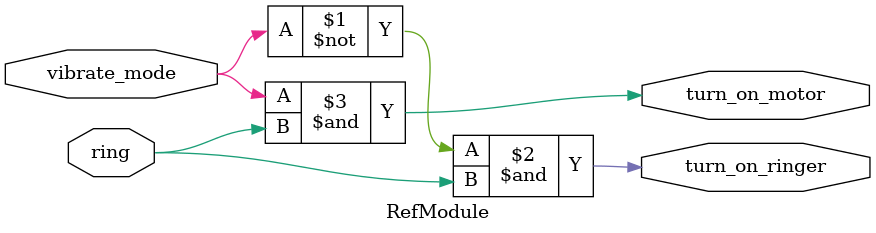
<source format=v>

module RefModule
(
  input  vibrate_mode,
  input  ring,
  output turn_on_ringer,
  output turn_on_motor
);

  assign turn_on_ringer = ~vibrate_mode & ring;
  assign turn_on_motor  =  vibrate_mode & ring;

endmodule


</source>
